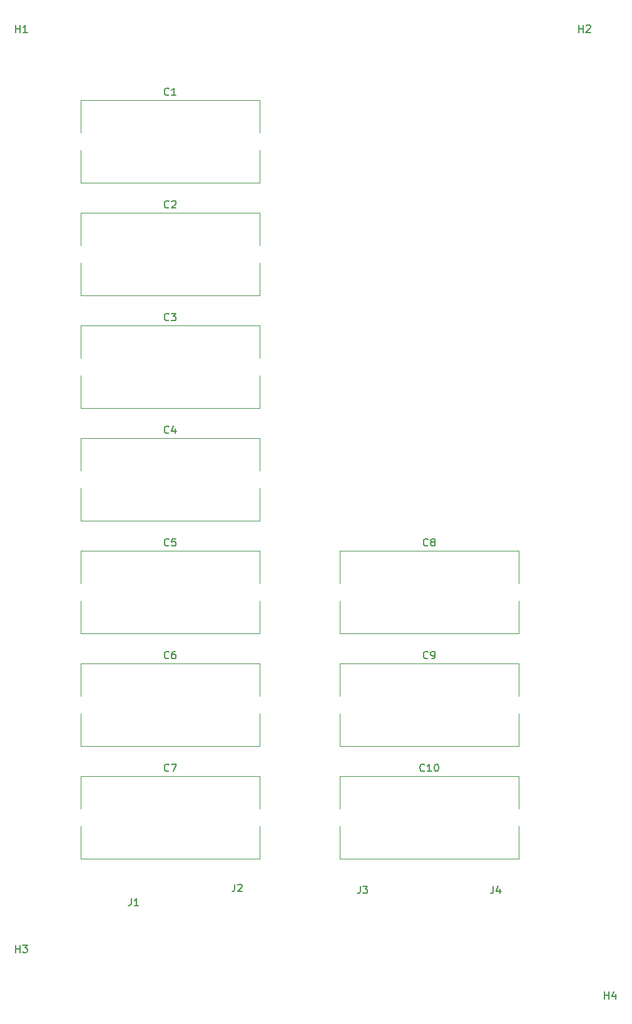
<source format=gbr>
%TF.GenerationSoftware,KiCad,Pcbnew,8.0.6*%
%TF.CreationDate,2025-01-24T11:54:14-08:00*%
%TF.ProjectId,Capacitor_test_board,43617061-6369-4746-9f72-5f746573745f,rev?*%
%TF.SameCoordinates,Original*%
%TF.FileFunction,Legend,Top*%
%TF.FilePolarity,Positive*%
%FSLAX46Y46*%
G04 Gerber Fmt 4.6, Leading zero omitted, Abs format (unit mm)*
G04 Created by KiCad (PCBNEW 8.0.6) date 2025-01-24 11:54:14*
%MOMM*%
%LPD*%
G01*
G04 APERTURE LIST*
%ADD10C,0.150000*%
%ADD11C,0.120000*%
G04 APERTURE END LIST*
D10*
X129738095Y-154084819D02*
X129738095Y-153084819D01*
X129738095Y-153561009D02*
X130309523Y-153561009D01*
X130309523Y-154084819D02*
X130309523Y-153084819D01*
X131214285Y-153418152D02*
X131214285Y-154084819D01*
X130976190Y-153037200D02*
X130738095Y-153751485D01*
X130738095Y-153751485D02*
X131357142Y-153751485D01*
X50038095Y-147784819D02*
X50038095Y-146784819D01*
X50038095Y-147261009D02*
X50609523Y-147261009D01*
X50609523Y-147784819D02*
X50609523Y-146784819D01*
X50990476Y-146784819D02*
X51609523Y-146784819D01*
X51609523Y-146784819D02*
X51276190Y-147165771D01*
X51276190Y-147165771D02*
X51419047Y-147165771D01*
X51419047Y-147165771D02*
X51514285Y-147213390D01*
X51514285Y-147213390D02*
X51561904Y-147261009D01*
X51561904Y-147261009D02*
X51609523Y-147356247D01*
X51609523Y-147356247D02*
X51609523Y-147594342D01*
X51609523Y-147594342D02*
X51561904Y-147689580D01*
X51561904Y-147689580D02*
X51514285Y-147737200D01*
X51514285Y-147737200D02*
X51419047Y-147784819D01*
X51419047Y-147784819D02*
X51133333Y-147784819D01*
X51133333Y-147784819D02*
X51038095Y-147737200D01*
X51038095Y-147737200D02*
X50990476Y-147689580D01*
X126238095Y-23324819D02*
X126238095Y-22324819D01*
X126238095Y-22801009D02*
X126809523Y-22801009D01*
X126809523Y-23324819D02*
X126809523Y-22324819D01*
X127238095Y-22420057D02*
X127285714Y-22372438D01*
X127285714Y-22372438D02*
X127380952Y-22324819D01*
X127380952Y-22324819D02*
X127619047Y-22324819D01*
X127619047Y-22324819D02*
X127714285Y-22372438D01*
X127714285Y-22372438D02*
X127761904Y-22420057D01*
X127761904Y-22420057D02*
X127809523Y-22515295D01*
X127809523Y-22515295D02*
X127809523Y-22610533D01*
X127809523Y-22610533D02*
X127761904Y-22753390D01*
X127761904Y-22753390D02*
X127190476Y-23324819D01*
X127190476Y-23324819D02*
X127809523Y-23324819D01*
X50038095Y-23324819D02*
X50038095Y-22324819D01*
X50038095Y-22801009D02*
X50609523Y-22801009D01*
X50609523Y-23324819D02*
X50609523Y-22324819D01*
X51609523Y-23324819D02*
X51038095Y-23324819D01*
X51323809Y-23324819D02*
X51323809Y-22324819D01*
X51323809Y-22324819D02*
X51228571Y-22467676D01*
X51228571Y-22467676D02*
X51133333Y-22562914D01*
X51133333Y-22562914D02*
X51038095Y-22610533D01*
X114666666Y-138804819D02*
X114666666Y-139519104D01*
X114666666Y-139519104D02*
X114619047Y-139661961D01*
X114619047Y-139661961D02*
X114523809Y-139757200D01*
X114523809Y-139757200D02*
X114380952Y-139804819D01*
X114380952Y-139804819D02*
X114285714Y-139804819D01*
X115571428Y-139138152D02*
X115571428Y-139804819D01*
X115333333Y-138757200D02*
X115095238Y-139471485D01*
X115095238Y-139471485D02*
X115714285Y-139471485D01*
X96666666Y-138804819D02*
X96666666Y-139519104D01*
X96666666Y-139519104D02*
X96619047Y-139661961D01*
X96619047Y-139661961D02*
X96523809Y-139757200D01*
X96523809Y-139757200D02*
X96380952Y-139804819D01*
X96380952Y-139804819D02*
X96285714Y-139804819D01*
X97047619Y-138804819D02*
X97666666Y-138804819D01*
X97666666Y-138804819D02*
X97333333Y-139185771D01*
X97333333Y-139185771D02*
X97476190Y-139185771D01*
X97476190Y-139185771D02*
X97571428Y-139233390D01*
X97571428Y-139233390D02*
X97619047Y-139281009D01*
X97619047Y-139281009D02*
X97666666Y-139376247D01*
X97666666Y-139376247D02*
X97666666Y-139614342D01*
X97666666Y-139614342D02*
X97619047Y-139709580D01*
X97619047Y-139709580D02*
X97571428Y-139757200D01*
X97571428Y-139757200D02*
X97476190Y-139804819D01*
X97476190Y-139804819D02*
X97190476Y-139804819D01*
X97190476Y-139804819D02*
X97095238Y-139757200D01*
X97095238Y-139757200D02*
X97047619Y-139709580D01*
X79676666Y-138544819D02*
X79676666Y-139259104D01*
X79676666Y-139259104D02*
X79629047Y-139401961D01*
X79629047Y-139401961D02*
X79533809Y-139497200D01*
X79533809Y-139497200D02*
X79390952Y-139544819D01*
X79390952Y-139544819D02*
X79295714Y-139544819D01*
X80105238Y-138640057D02*
X80152857Y-138592438D01*
X80152857Y-138592438D02*
X80248095Y-138544819D01*
X80248095Y-138544819D02*
X80486190Y-138544819D01*
X80486190Y-138544819D02*
X80581428Y-138592438D01*
X80581428Y-138592438D02*
X80629047Y-138640057D01*
X80629047Y-138640057D02*
X80676666Y-138735295D01*
X80676666Y-138735295D02*
X80676666Y-138830533D01*
X80676666Y-138830533D02*
X80629047Y-138973390D01*
X80629047Y-138973390D02*
X80057619Y-139544819D01*
X80057619Y-139544819D02*
X80676666Y-139544819D01*
X65666666Y-140454819D02*
X65666666Y-141169104D01*
X65666666Y-141169104D02*
X65619047Y-141311961D01*
X65619047Y-141311961D02*
X65523809Y-141407200D01*
X65523809Y-141407200D02*
X65380952Y-141454819D01*
X65380952Y-141454819D02*
X65285714Y-141454819D01*
X66666666Y-141454819D02*
X66095238Y-141454819D01*
X66380952Y-141454819D02*
X66380952Y-140454819D01*
X66380952Y-140454819D02*
X66285714Y-140597676D01*
X66285714Y-140597676D02*
X66190476Y-140692914D01*
X66190476Y-140692914D02*
X66095238Y-140740533D01*
X105357142Y-123199580D02*
X105309523Y-123247200D01*
X105309523Y-123247200D02*
X105166666Y-123294819D01*
X105166666Y-123294819D02*
X105071428Y-123294819D01*
X105071428Y-123294819D02*
X104928571Y-123247200D01*
X104928571Y-123247200D02*
X104833333Y-123151961D01*
X104833333Y-123151961D02*
X104785714Y-123056723D01*
X104785714Y-123056723D02*
X104738095Y-122866247D01*
X104738095Y-122866247D02*
X104738095Y-122723390D01*
X104738095Y-122723390D02*
X104785714Y-122532914D01*
X104785714Y-122532914D02*
X104833333Y-122437676D01*
X104833333Y-122437676D02*
X104928571Y-122342438D01*
X104928571Y-122342438D02*
X105071428Y-122294819D01*
X105071428Y-122294819D02*
X105166666Y-122294819D01*
X105166666Y-122294819D02*
X105309523Y-122342438D01*
X105309523Y-122342438D02*
X105357142Y-122390057D01*
X106309523Y-123294819D02*
X105738095Y-123294819D01*
X106023809Y-123294819D02*
X106023809Y-122294819D01*
X106023809Y-122294819D02*
X105928571Y-122437676D01*
X105928571Y-122437676D02*
X105833333Y-122532914D01*
X105833333Y-122532914D02*
X105738095Y-122580533D01*
X106928571Y-122294819D02*
X107023809Y-122294819D01*
X107023809Y-122294819D02*
X107119047Y-122342438D01*
X107119047Y-122342438D02*
X107166666Y-122390057D01*
X107166666Y-122390057D02*
X107214285Y-122485295D01*
X107214285Y-122485295D02*
X107261904Y-122675771D01*
X107261904Y-122675771D02*
X107261904Y-122913866D01*
X107261904Y-122913866D02*
X107214285Y-123104342D01*
X107214285Y-123104342D02*
X107166666Y-123199580D01*
X107166666Y-123199580D02*
X107119047Y-123247200D01*
X107119047Y-123247200D02*
X107023809Y-123294819D01*
X107023809Y-123294819D02*
X106928571Y-123294819D01*
X106928571Y-123294819D02*
X106833333Y-123247200D01*
X106833333Y-123247200D02*
X106785714Y-123199580D01*
X106785714Y-123199580D02*
X106738095Y-123104342D01*
X106738095Y-123104342D02*
X106690476Y-122913866D01*
X106690476Y-122913866D02*
X106690476Y-122675771D01*
X106690476Y-122675771D02*
X106738095Y-122485295D01*
X106738095Y-122485295D02*
X106785714Y-122390057D01*
X106785714Y-122390057D02*
X106833333Y-122342438D01*
X106833333Y-122342438D02*
X106928571Y-122294819D01*
X105833333Y-107959580D02*
X105785714Y-108007200D01*
X105785714Y-108007200D02*
X105642857Y-108054819D01*
X105642857Y-108054819D02*
X105547619Y-108054819D01*
X105547619Y-108054819D02*
X105404762Y-108007200D01*
X105404762Y-108007200D02*
X105309524Y-107911961D01*
X105309524Y-107911961D02*
X105261905Y-107816723D01*
X105261905Y-107816723D02*
X105214286Y-107626247D01*
X105214286Y-107626247D02*
X105214286Y-107483390D01*
X105214286Y-107483390D02*
X105261905Y-107292914D01*
X105261905Y-107292914D02*
X105309524Y-107197676D01*
X105309524Y-107197676D02*
X105404762Y-107102438D01*
X105404762Y-107102438D02*
X105547619Y-107054819D01*
X105547619Y-107054819D02*
X105642857Y-107054819D01*
X105642857Y-107054819D02*
X105785714Y-107102438D01*
X105785714Y-107102438D02*
X105833333Y-107150057D01*
X106309524Y-108054819D02*
X106500000Y-108054819D01*
X106500000Y-108054819D02*
X106595238Y-108007200D01*
X106595238Y-108007200D02*
X106642857Y-107959580D01*
X106642857Y-107959580D02*
X106738095Y-107816723D01*
X106738095Y-107816723D02*
X106785714Y-107626247D01*
X106785714Y-107626247D02*
X106785714Y-107245295D01*
X106785714Y-107245295D02*
X106738095Y-107150057D01*
X106738095Y-107150057D02*
X106690476Y-107102438D01*
X106690476Y-107102438D02*
X106595238Y-107054819D01*
X106595238Y-107054819D02*
X106404762Y-107054819D01*
X106404762Y-107054819D02*
X106309524Y-107102438D01*
X106309524Y-107102438D02*
X106261905Y-107150057D01*
X106261905Y-107150057D02*
X106214286Y-107245295D01*
X106214286Y-107245295D02*
X106214286Y-107483390D01*
X106214286Y-107483390D02*
X106261905Y-107578628D01*
X106261905Y-107578628D02*
X106309524Y-107626247D01*
X106309524Y-107626247D02*
X106404762Y-107673866D01*
X106404762Y-107673866D02*
X106595238Y-107673866D01*
X106595238Y-107673866D02*
X106690476Y-107626247D01*
X106690476Y-107626247D02*
X106738095Y-107578628D01*
X106738095Y-107578628D02*
X106785714Y-107483390D01*
X105833333Y-92719580D02*
X105785714Y-92767200D01*
X105785714Y-92767200D02*
X105642857Y-92814819D01*
X105642857Y-92814819D02*
X105547619Y-92814819D01*
X105547619Y-92814819D02*
X105404762Y-92767200D01*
X105404762Y-92767200D02*
X105309524Y-92671961D01*
X105309524Y-92671961D02*
X105261905Y-92576723D01*
X105261905Y-92576723D02*
X105214286Y-92386247D01*
X105214286Y-92386247D02*
X105214286Y-92243390D01*
X105214286Y-92243390D02*
X105261905Y-92052914D01*
X105261905Y-92052914D02*
X105309524Y-91957676D01*
X105309524Y-91957676D02*
X105404762Y-91862438D01*
X105404762Y-91862438D02*
X105547619Y-91814819D01*
X105547619Y-91814819D02*
X105642857Y-91814819D01*
X105642857Y-91814819D02*
X105785714Y-91862438D01*
X105785714Y-91862438D02*
X105833333Y-91910057D01*
X106404762Y-92243390D02*
X106309524Y-92195771D01*
X106309524Y-92195771D02*
X106261905Y-92148152D01*
X106261905Y-92148152D02*
X106214286Y-92052914D01*
X106214286Y-92052914D02*
X106214286Y-92005295D01*
X106214286Y-92005295D02*
X106261905Y-91910057D01*
X106261905Y-91910057D02*
X106309524Y-91862438D01*
X106309524Y-91862438D02*
X106404762Y-91814819D01*
X106404762Y-91814819D02*
X106595238Y-91814819D01*
X106595238Y-91814819D02*
X106690476Y-91862438D01*
X106690476Y-91862438D02*
X106738095Y-91910057D01*
X106738095Y-91910057D02*
X106785714Y-92005295D01*
X106785714Y-92005295D02*
X106785714Y-92052914D01*
X106785714Y-92052914D02*
X106738095Y-92148152D01*
X106738095Y-92148152D02*
X106690476Y-92195771D01*
X106690476Y-92195771D02*
X106595238Y-92243390D01*
X106595238Y-92243390D02*
X106404762Y-92243390D01*
X106404762Y-92243390D02*
X106309524Y-92291009D01*
X106309524Y-92291009D02*
X106261905Y-92338628D01*
X106261905Y-92338628D02*
X106214286Y-92433866D01*
X106214286Y-92433866D02*
X106214286Y-92624342D01*
X106214286Y-92624342D02*
X106261905Y-92719580D01*
X106261905Y-92719580D02*
X106309524Y-92767200D01*
X106309524Y-92767200D02*
X106404762Y-92814819D01*
X106404762Y-92814819D02*
X106595238Y-92814819D01*
X106595238Y-92814819D02*
X106690476Y-92767200D01*
X106690476Y-92767200D02*
X106738095Y-92719580D01*
X106738095Y-92719580D02*
X106785714Y-92624342D01*
X106785714Y-92624342D02*
X106785714Y-92433866D01*
X106785714Y-92433866D02*
X106738095Y-92338628D01*
X106738095Y-92338628D02*
X106690476Y-92291009D01*
X106690476Y-92291009D02*
X106595238Y-92243390D01*
X70773333Y-123199580D02*
X70725714Y-123247200D01*
X70725714Y-123247200D02*
X70582857Y-123294819D01*
X70582857Y-123294819D02*
X70487619Y-123294819D01*
X70487619Y-123294819D02*
X70344762Y-123247200D01*
X70344762Y-123247200D02*
X70249524Y-123151961D01*
X70249524Y-123151961D02*
X70201905Y-123056723D01*
X70201905Y-123056723D02*
X70154286Y-122866247D01*
X70154286Y-122866247D02*
X70154286Y-122723390D01*
X70154286Y-122723390D02*
X70201905Y-122532914D01*
X70201905Y-122532914D02*
X70249524Y-122437676D01*
X70249524Y-122437676D02*
X70344762Y-122342438D01*
X70344762Y-122342438D02*
X70487619Y-122294819D01*
X70487619Y-122294819D02*
X70582857Y-122294819D01*
X70582857Y-122294819D02*
X70725714Y-122342438D01*
X70725714Y-122342438D02*
X70773333Y-122390057D01*
X71106667Y-122294819D02*
X71773333Y-122294819D01*
X71773333Y-122294819D02*
X71344762Y-123294819D01*
X70773333Y-107959580D02*
X70725714Y-108007200D01*
X70725714Y-108007200D02*
X70582857Y-108054819D01*
X70582857Y-108054819D02*
X70487619Y-108054819D01*
X70487619Y-108054819D02*
X70344762Y-108007200D01*
X70344762Y-108007200D02*
X70249524Y-107911961D01*
X70249524Y-107911961D02*
X70201905Y-107816723D01*
X70201905Y-107816723D02*
X70154286Y-107626247D01*
X70154286Y-107626247D02*
X70154286Y-107483390D01*
X70154286Y-107483390D02*
X70201905Y-107292914D01*
X70201905Y-107292914D02*
X70249524Y-107197676D01*
X70249524Y-107197676D02*
X70344762Y-107102438D01*
X70344762Y-107102438D02*
X70487619Y-107054819D01*
X70487619Y-107054819D02*
X70582857Y-107054819D01*
X70582857Y-107054819D02*
X70725714Y-107102438D01*
X70725714Y-107102438D02*
X70773333Y-107150057D01*
X71630476Y-107054819D02*
X71440000Y-107054819D01*
X71440000Y-107054819D02*
X71344762Y-107102438D01*
X71344762Y-107102438D02*
X71297143Y-107150057D01*
X71297143Y-107150057D02*
X71201905Y-107292914D01*
X71201905Y-107292914D02*
X71154286Y-107483390D01*
X71154286Y-107483390D02*
X71154286Y-107864342D01*
X71154286Y-107864342D02*
X71201905Y-107959580D01*
X71201905Y-107959580D02*
X71249524Y-108007200D01*
X71249524Y-108007200D02*
X71344762Y-108054819D01*
X71344762Y-108054819D02*
X71535238Y-108054819D01*
X71535238Y-108054819D02*
X71630476Y-108007200D01*
X71630476Y-108007200D02*
X71678095Y-107959580D01*
X71678095Y-107959580D02*
X71725714Y-107864342D01*
X71725714Y-107864342D02*
X71725714Y-107626247D01*
X71725714Y-107626247D02*
X71678095Y-107531009D01*
X71678095Y-107531009D02*
X71630476Y-107483390D01*
X71630476Y-107483390D02*
X71535238Y-107435771D01*
X71535238Y-107435771D02*
X71344762Y-107435771D01*
X71344762Y-107435771D02*
X71249524Y-107483390D01*
X71249524Y-107483390D02*
X71201905Y-107531009D01*
X71201905Y-107531009D02*
X71154286Y-107626247D01*
X70773333Y-92719580D02*
X70725714Y-92767200D01*
X70725714Y-92767200D02*
X70582857Y-92814819D01*
X70582857Y-92814819D02*
X70487619Y-92814819D01*
X70487619Y-92814819D02*
X70344762Y-92767200D01*
X70344762Y-92767200D02*
X70249524Y-92671961D01*
X70249524Y-92671961D02*
X70201905Y-92576723D01*
X70201905Y-92576723D02*
X70154286Y-92386247D01*
X70154286Y-92386247D02*
X70154286Y-92243390D01*
X70154286Y-92243390D02*
X70201905Y-92052914D01*
X70201905Y-92052914D02*
X70249524Y-91957676D01*
X70249524Y-91957676D02*
X70344762Y-91862438D01*
X70344762Y-91862438D02*
X70487619Y-91814819D01*
X70487619Y-91814819D02*
X70582857Y-91814819D01*
X70582857Y-91814819D02*
X70725714Y-91862438D01*
X70725714Y-91862438D02*
X70773333Y-91910057D01*
X71678095Y-91814819D02*
X71201905Y-91814819D01*
X71201905Y-91814819D02*
X71154286Y-92291009D01*
X71154286Y-92291009D02*
X71201905Y-92243390D01*
X71201905Y-92243390D02*
X71297143Y-92195771D01*
X71297143Y-92195771D02*
X71535238Y-92195771D01*
X71535238Y-92195771D02*
X71630476Y-92243390D01*
X71630476Y-92243390D02*
X71678095Y-92291009D01*
X71678095Y-92291009D02*
X71725714Y-92386247D01*
X71725714Y-92386247D02*
X71725714Y-92624342D01*
X71725714Y-92624342D02*
X71678095Y-92719580D01*
X71678095Y-92719580D02*
X71630476Y-92767200D01*
X71630476Y-92767200D02*
X71535238Y-92814819D01*
X71535238Y-92814819D02*
X71297143Y-92814819D01*
X71297143Y-92814819D02*
X71201905Y-92767200D01*
X71201905Y-92767200D02*
X71154286Y-92719580D01*
X70773333Y-77479580D02*
X70725714Y-77527200D01*
X70725714Y-77527200D02*
X70582857Y-77574819D01*
X70582857Y-77574819D02*
X70487619Y-77574819D01*
X70487619Y-77574819D02*
X70344762Y-77527200D01*
X70344762Y-77527200D02*
X70249524Y-77431961D01*
X70249524Y-77431961D02*
X70201905Y-77336723D01*
X70201905Y-77336723D02*
X70154286Y-77146247D01*
X70154286Y-77146247D02*
X70154286Y-77003390D01*
X70154286Y-77003390D02*
X70201905Y-76812914D01*
X70201905Y-76812914D02*
X70249524Y-76717676D01*
X70249524Y-76717676D02*
X70344762Y-76622438D01*
X70344762Y-76622438D02*
X70487619Y-76574819D01*
X70487619Y-76574819D02*
X70582857Y-76574819D01*
X70582857Y-76574819D02*
X70725714Y-76622438D01*
X70725714Y-76622438D02*
X70773333Y-76670057D01*
X71630476Y-76908152D02*
X71630476Y-77574819D01*
X71392381Y-76527200D02*
X71154286Y-77241485D01*
X71154286Y-77241485D02*
X71773333Y-77241485D01*
X70773333Y-62239580D02*
X70725714Y-62287200D01*
X70725714Y-62287200D02*
X70582857Y-62334819D01*
X70582857Y-62334819D02*
X70487619Y-62334819D01*
X70487619Y-62334819D02*
X70344762Y-62287200D01*
X70344762Y-62287200D02*
X70249524Y-62191961D01*
X70249524Y-62191961D02*
X70201905Y-62096723D01*
X70201905Y-62096723D02*
X70154286Y-61906247D01*
X70154286Y-61906247D02*
X70154286Y-61763390D01*
X70154286Y-61763390D02*
X70201905Y-61572914D01*
X70201905Y-61572914D02*
X70249524Y-61477676D01*
X70249524Y-61477676D02*
X70344762Y-61382438D01*
X70344762Y-61382438D02*
X70487619Y-61334819D01*
X70487619Y-61334819D02*
X70582857Y-61334819D01*
X70582857Y-61334819D02*
X70725714Y-61382438D01*
X70725714Y-61382438D02*
X70773333Y-61430057D01*
X71106667Y-61334819D02*
X71725714Y-61334819D01*
X71725714Y-61334819D02*
X71392381Y-61715771D01*
X71392381Y-61715771D02*
X71535238Y-61715771D01*
X71535238Y-61715771D02*
X71630476Y-61763390D01*
X71630476Y-61763390D02*
X71678095Y-61811009D01*
X71678095Y-61811009D02*
X71725714Y-61906247D01*
X71725714Y-61906247D02*
X71725714Y-62144342D01*
X71725714Y-62144342D02*
X71678095Y-62239580D01*
X71678095Y-62239580D02*
X71630476Y-62287200D01*
X71630476Y-62287200D02*
X71535238Y-62334819D01*
X71535238Y-62334819D02*
X71249524Y-62334819D01*
X71249524Y-62334819D02*
X71154286Y-62287200D01*
X71154286Y-62287200D02*
X71106667Y-62239580D01*
X70773333Y-46999580D02*
X70725714Y-47047200D01*
X70725714Y-47047200D02*
X70582857Y-47094819D01*
X70582857Y-47094819D02*
X70487619Y-47094819D01*
X70487619Y-47094819D02*
X70344762Y-47047200D01*
X70344762Y-47047200D02*
X70249524Y-46951961D01*
X70249524Y-46951961D02*
X70201905Y-46856723D01*
X70201905Y-46856723D02*
X70154286Y-46666247D01*
X70154286Y-46666247D02*
X70154286Y-46523390D01*
X70154286Y-46523390D02*
X70201905Y-46332914D01*
X70201905Y-46332914D02*
X70249524Y-46237676D01*
X70249524Y-46237676D02*
X70344762Y-46142438D01*
X70344762Y-46142438D02*
X70487619Y-46094819D01*
X70487619Y-46094819D02*
X70582857Y-46094819D01*
X70582857Y-46094819D02*
X70725714Y-46142438D01*
X70725714Y-46142438D02*
X70773333Y-46190057D01*
X71154286Y-46190057D02*
X71201905Y-46142438D01*
X71201905Y-46142438D02*
X71297143Y-46094819D01*
X71297143Y-46094819D02*
X71535238Y-46094819D01*
X71535238Y-46094819D02*
X71630476Y-46142438D01*
X71630476Y-46142438D02*
X71678095Y-46190057D01*
X71678095Y-46190057D02*
X71725714Y-46285295D01*
X71725714Y-46285295D02*
X71725714Y-46380533D01*
X71725714Y-46380533D02*
X71678095Y-46523390D01*
X71678095Y-46523390D02*
X71106667Y-47094819D01*
X71106667Y-47094819D02*
X71725714Y-47094819D01*
X70773333Y-31759580D02*
X70725714Y-31807200D01*
X70725714Y-31807200D02*
X70582857Y-31854819D01*
X70582857Y-31854819D02*
X70487619Y-31854819D01*
X70487619Y-31854819D02*
X70344762Y-31807200D01*
X70344762Y-31807200D02*
X70249524Y-31711961D01*
X70249524Y-31711961D02*
X70201905Y-31616723D01*
X70201905Y-31616723D02*
X70154286Y-31426247D01*
X70154286Y-31426247D02*
X70154286Y-31283390D01*
X70154286Y-31283390D02*
X70201905Y-31092914D01*
X70201905Y-31092914D02*
X70249524Y-30997676D01*
X70249524Y-30997676D02*
X70344762Y-30902438D01*
X70344762Y-30902438D02*
X70487619Y-30854819D01*
X70487619Y-30854819D02*
X70582857Y-30854819D01*
X70582857Y-30854819D02*
X70725714Y-30902438D01*
X70725714Y-30902438D02*
X70773333Y-30950057D01*
X71725714Y-31854819D02*
X71154286Y-31854819D01*
X71440000Y-31854819D02*
X71440000Y-30854819D01*
X71440000Y-30854819D02*
X71344762Y-30997676D01*
X71344762Y-30997676D02*
X71249524Y-31092914D01*
X71249524Y-31092914D02*
X71154286Y-31140533D01*
D11*
%TO.C,C10*%
X118120000Y-130725000D02*
X118120000Y-135110000D01*
X118120000Y-123970000D02*
X118120000Y-128355000D01*
X93880000Y-135110000D02*
X118120000Y-135110000D01*
X93880000Y-130725000D02*
X93880000Y-135110000D01*
X93880000Y-123970000D02*
X118120000Y-123970000D01*
X93880000Y-123970000D02*
X93880000Y-128355000D01*
%TO.C,C9*%
X118120000Y-115485000D02*
X118120000Y-119870000D01*
X118120000Y-108730000D02*
X118120000Y-113115000D01*
X93880000Y-119870000D02*
X118120000Y-119870000D01*
X93880000Y-115485000D02*
X93880000Y-119870000D01*
X93880000Y-108730000D02*
X118120000Y-108730000D01*
X93880000Y-108730000D02*
X93880000Y-113115000D01*
%TO.C,C8*%
X118120000Y-100245000D02*
X118120000Y-104630000D01*
X118120000Y-93490000D02*
X118120000Y-97875000D01*
X93880000Y-104630000D02*
X118120000Y-104630000D01*
X93880000Y-100245000D02*
X93880000Y-104630000D01*
X93880000Y-93490000D02*
X118120000Y-93490000D01*
X93880000Y-93490000D02*
X93880000Y-97875000D01*
%TO.C,C7*%
X58820000Y-123970000D02*
X58820000Y-128355000D01*
X58820000Y-123970000D02*
X83060000Y-123970000D01*
X58820000Y-130725000D02*
X58820000Y-135110000D01*
X58820000Y-135110000D02*
X83060000Y-135110000D01*
X83060000Y-123970000D02*
X83060000Y-128355000D01*
X83060000Y-130725000D02*
X83060000Y-135110000D01*
%TO.C,C6*%
X58820000Y-108730000D02*
X58820000Y-113115000D01*
X58820000Y-108730000D02*
X83060000Y-108730000D01*
X58820000Y-115485000D02*
X58820000Y-119870000D01*
X58820000Y-119870000D02*
X83060000Y-119870000D01*
X83060000Y-108730000D02*
X83060000Y-113115000D01*
X83060000Y-115485000D02*
X83060000Y-119870000D01*
%TO.C,C5*%
X58820000Y-93490000D02*
X58820000Y-97875000D01*
X58820000Y-93490000D02*
X83060000Y-93490000D01*
X58820000Y-100245000D02*
X58820000Y-104630000D01*
X58820000Y-104630000D02*
X83060000Y-104630000D01*
X83060000Y-93490000D02*
X83060000Y-97875000D01*
X83060000Y-100245000D02*
X83060000Y-104630000D01*
%TO.C,C4*%
X58820000Y-78250000D02*
X58820000Y-82635000D01*
X58820000Y-78250000D02*
X83060000Y-78250000D01*
X58820000Y-85005000D02*
X58820000Y-89390000D01*
X58820000Y-89390000D02*
X83060000Y-89390000D01*
X83060000Y-78250000D02*
X83060000Y-82635000D01*
X83060000Y-85005000D02*
X83060000Y-89390000D01*
%TO.C,C3*%
X83060000Y-69765000D02*
X83060000Y-74150000D01*
X83060000Y-63010000D02*
X83060000Y-67395000D01*
X58820000Y-74150000D02*
X83060000Y-74150000D01*
X58820000Y-69765000D02*
X58820000Y-74150000D01*
X58820000Y-63010000D02*
X83060000Y-63010000D01*
X58820000Y-63010000D02*
X58820000Y-67395000D01*
%TO.C,C2*%
X83060000Y-54525000D02*
X83060000Y-58910000D01*
X83060000Y-47770000D02*
X83060000Y-52155000D01*
X58820000Y-58910000D02*
X83060000Y-58910000D01*
X58820000Y-54525000D02*
X58820000Y-58910000D01*
X58820000Y-47770000D02*
X83060000Y-47770000D01*
X58820000Y-47770000D02*
X58820000Y-52155000D01*
%TO.C,C1*%
X83060000Y-39285000D02*
X83060000Y-43670000D01*
X83060000Y-32530000D02*
X83060000Y-36915000D01*
X58820000Y-43670000D02*
X83060000Y-43670000D01*
X58820000Y-39285000D02*
X58820000Y-43670000D01*
X58820000Y-32530000D02*
X83060000Y-32530000D01*
X58820000Y-32530000D02*
X58820000Y-36915000D01*
%TD*%
M02*

</source>
